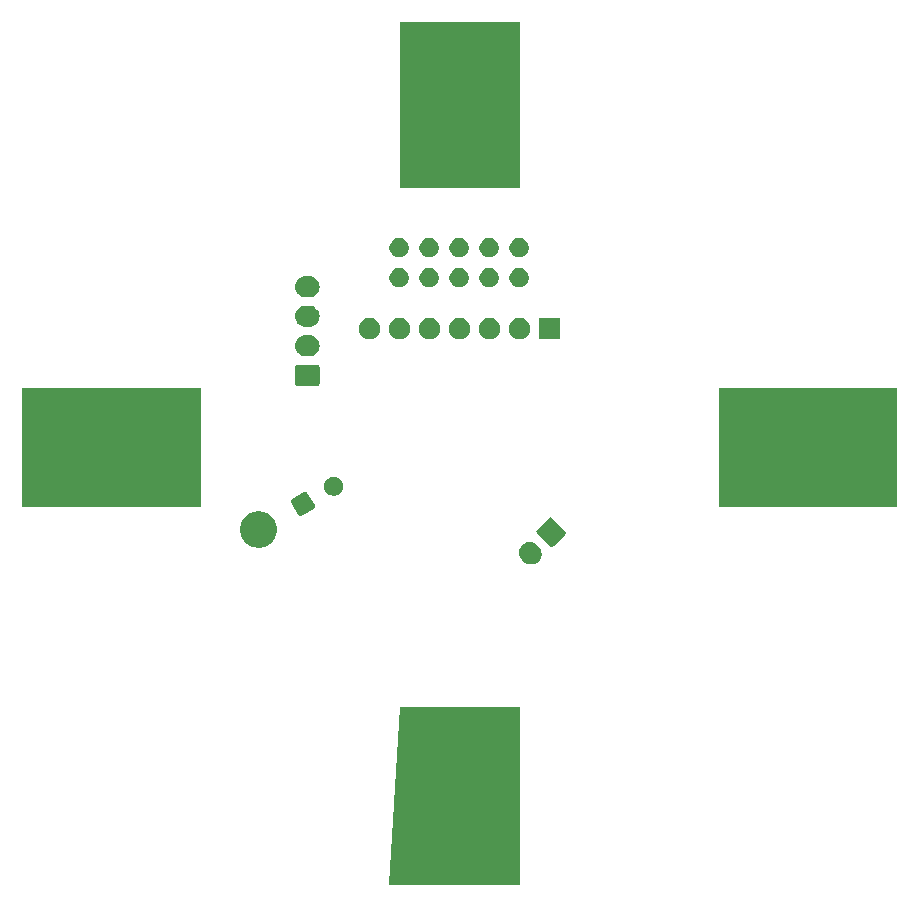
<source format=gbr>
G04 #@! TF.GenerationSoftware,KiCad,Pcbnew,(5.1.5)-3*
G04 #@! TF.CreationDate,2020-04-04T17:30:31+02:00*
G04 #@! TF.ProjectId,carteOdometrie,63617274-654f-4646-9f6d-65747269652e,rev?*
G04 #@! TF.SameCoordinates,Original*
G04 #@! TF.FileFunction,Soldermask,Bot*
G04 #@! TF.FilePolarity,Negative*
%FSLAX46Y46*%
G04 Gerber Fmt 4.6, Leading zero omitted, Abs format (unit mm)*
G04 Created by KiCad (PCBNEW (5.1.5)-3) date 2020-04-04 17:30:31*
%MOMM*%
%LPD*%
G04 APERTURE LIST*
%ADD10C,0.100000*%
G04 APERTURE END LIST*
D10*
G36*
X-22000000Y-5000000D02*
G01*
X-37000000Y-5000000D01*
X-37000000Y5000000D01*
X-22000000Y5000000D01*
X-22000000Y-5000000D01*
G37*
X-22000000Y-5000000D02*
X-37000000Y-5000000D01*
X-37000000Y5000000D01*
X-22000000Y5000000D01*
X-22000000Y-5000000D01*
G36*
X5000000Y-37000000D02*
G01*
X-6000000Y-37000000D01*
X-5000000Y-22000000D01*
X5000000Y-22000000D01*
X5000000Y-37000000D01*
G37*
X5000000Y-37000000D02*
X-6000000Y-37000000D01*
X-5000000Y-22000000D01*
X5000000Y-22000000D01*
X5000000Y-37000000D01*
G36*
X37000000Y-5000000D02*
G01*
X22000000Y-5000000D01*
X22000000Y5000000D01*
X37000000Y5000000D01*
X37000000Y-5000000D01*
G37*
X37000000Y-5000000D02*
X22000000Y-5000000D01*
X22000000Y5000000D01*
X37000000Y5000000D01*
X37000000Y-5000000D01*
G36*
X5000000Y22000000D02*
G01*
X-5000000Y22000000D01*
X-5000000Y36000000D01*
X5000000Y36000000D01*
X5000000Y22000000D01*
G37*
X5000000Y22000000D02*
X-5000000Y22000000D01*
X-5000000Y36000000D01*
X5000000Y36000000D01*
X5000000Y22000000D01*
G36*
X375256Y-28391298D02*
G01*
X481579Y-28412447D01*
X782042Y-28536903D01*
X1052451Y-28717585D01*
X1282415Y-28947549D01*
X1463097Y-29217958D01*
X1587553Y-29518421D01*
X1651000Y-29837391D01*
X1651000Y-30162609D01*
X1587553Y-30481579D01*
X1463097Y-30782042D01*
X1282415Y-31052451D01*
X1052451Y-31282415D01*
X782042Y-31463097D01*
X481579Y-31587553D01*
X375256Y-31608702D01*
X162611Y-31651000D01*
X-162611Y-31651000D01*
X-375256Y-31608702D01*
X-481579Y-31587553D01*
X-782042Y-31463097D01*
X-1052451Y-31282415D01*
X-1282415Y-31052451D01*
X-1463097Y-30782042D01*
X-1587553Y-30481579D01*
X-1651000Y-30162609D01*
X-1651000Y-29837391D01*
X-1587553Y-29518421D01*
X-1463097Y-29217958D01*
X-1282415Y-28947549D01*
X-1052451Y-28717585D01*
X-782042Y-28536903D01*
X-481579Y-28412447D01*
X-375256Y-28391298D01*
X-162611Y-28349000D01*
X162611Y-28349000D01*
X375256Y-28391298D01*
G37*
G36*
X6094525Y-8056142D02*
G01*
X6123593Y-8059005D01*
X6249244Y-8097120D01*
X6293437Y-8110526D01*
X6449956Y-8194188D01*
X6449958Y-8194189D01*
X6449957Y-8194189D01*
X6552775Y-8278569D01*
X6721431Y-8447225D01*
X6721435Y-8447230D01*
X6805812Y-8550044D01*
X6889474Y-8706563D01*
X6889475Y-8706567D01*
X6940995Y-8876407D01*
X6940995Y-8876409D01*
X6958392Y-9053033D01*
X6951442Y-9123591D01*
X6940995Y-9229659D01*
X6921648Y-9293437D01*
X6889474Y-9399503D01*
X6805812Y-9556022D01*
X6693218Y-9693218D01*
X6556022Y-9805812D01*
X6399503Y-9889474D01*
X6355310Y-9902880D01*
X6229659Y-9940995D01*
X6200591Y-9943858D01*
X6053033Y-9958392D01*
X5905475Y-9943858D01*
X5876407Y-9940995D01*
X5750756Y-9902880D01*
X5706563Y-9889474D01*
X5550044Y-9805812D01*
X5447230Y-9721435D01*
X5447225Y-9721431D01*
X5278569Y-9552775D01*
X5194189Y-9449957D01*
X5194188Y-9449956D01*
X5110526Y-9293437D01*
X5091179Y-9229657D01*
X5059005Y-9123593D01*
X5056142Y-9094525D01*
X5041608Y-8946967D01*
X5059005Y-8770343D01*
X5059005Y-8770341D01*
X5110525Y-8600501D01*
X5110526Y-8600497D01*
X5194188Y-8443978D01*
X5306782Y-8306782D01*
X5443978Y-8194188D01*
X5600497Y-8110526D01*
X5644690Y-8097120D01*
X5770341Y-8059005D01*
X5799409Y-8056142D01*
X5946967Y-8041608D01*
X6094525Y-8056142D01*
G37*
G36*
X-16697415Y-5478802D02*
G01*
X-16547590Y-5508604D01*
X-16265326Y-5625521D01*
X-16011295Y-5795259D01*
X-15795259Y-6011295D01*
X-15625521Y-6265326D01*
X-15508604Y-6547590D01*
X-15449000Y-6847240D01*
X-15449000Y-7152760D01*
X-15508604Y-7452410D01*
X-15625521Y-7734674D01*
X-15795259Y-7988705D01*
X-16011295Y-8204741D01*
X-16265326Y-8374479D01*
X-16547590Y-8491396D01*
X-16697415Y-8521198D01*
X-16847239Y-8551000D01*
X-17152761Y-8551000D01*
X-17302585Y-8521198D01*
X-17452410Y-8491396D01*
X-17734674Y-8374479D01*
X-17988705Y-8204741D01*
X-18204741Y-7988705D01*
X-18374479Y-7734674D01*
X-18491396Y-7452410D01*
X-18551000Y-7152760D01*
X-18551000Y-6847240D01*
X-18491396Y-6547590D01*
X-18374479Y-6265326D01*
X-18204741Y-6011295D01*
X-17988705Y-5795259D01*
X-17734674Y-5625521D01*
X-17452410Y-5508604D01*
X-17302585Y-5478802D01*
X-17152761Y-5449000D01*
X-16847239Y-5449000D01*
X-16697415Y-5478802D01*
G37*
G36*
X7749099Y-5982201D02*
G01*
X7782151Y-5992227D01*
X7812602Y-6008504D01*
X7844061Y-6034322D01*
X7902111Y-6092372D01*
X7902117Y-6092377D01*
X8907623Y-7097883D01*
X8907628Y-7097889D01*
X8965678Y-7155939D01*
X8991496Y-7187398D01*
X9007773Y-7217849D01*
X9017799Y-7250901D01*
X9021183Y-7285266D01*
X9017799Y-7319631D01*
X9007773Y-7352683D01*
X8991496Y-7383134D01*
X8965678Y-7414593D01*
X8907628Y-7472643D01*
X8907623Y-7472649D01*
X8008183Y-8372089D01*
X8008177Y-8372094D01*
X7950127Y-8430144D01*
X7918668Y-8455962D01*
X7888217Y-8472239D01*
X7855165Y-8482265D01*
X7820800Y-8485649D01*
X7786435Y-8482265D01*
X7753383Y-8472239D01*
X7722932Y-8455962D01*
X7691473Y-8430144D01*
X7633423Y-8372094D01*
X7633417Y-8372089D01*
X6627911Y-7366583D01*
X6627906Y-7366577D01*
X6569856Y-7308527D01*
X6544038Y-7277068D01*
X6527761Y-7246617D01*
X6517735Y-7213565D01*
X6514351Y-7179200D01*
X6517735Y-7144835D01*
X6527761Y-7111783D01*
X6544038Y-7081332D01*
X6569856Y-7049873D01*
X6627906Y-6991823D01*
X6627911Y-6991817D01*
X7527351Y-6092377D01*
X7527357Y-6092372D01*
X7585407Y-6034322D01*
X7616866Y-6008504D01*
X7647317Y-5992227D01*
X7680369Y-5982201D01*
X7714734Y-5978817D01*
X7749099Y-5982201D01*
G37*
G36*
X-12985433Y-3819882D02*
G01*
X-12951843Y-3832524D01*
X-12921366Y-3851476D01*
X-12895180Y-3876002D01*
X-12870673Y-3910201D01*
X-12259492Y-4968799D01*
X-12242130Y-5007117D01*
X-12233981Y-5042067D01*
X-12232807Y-5077935D01*
X-12238652Y-5113337D01*
X-12251294Y-5146927D01*
X-12270246Y-5177404D01*
X-12294772Y-5203590D01*
X-12328971Y-5228097D01*
X-13387569Y-5839278D01*
X-13425887Y-5856640D01*
X-13460837Y-5864789D01*
X-13496705Y-5865963D01*
X-13532107Y-5860118D01*
X-13565697Y-5847476D01*
X-13596174Y-5828524D01*
X-13622360Y-5803998D01*
X-13646867Y-5769799D01*
X-14258048Y-4711201D01*
X-14275410Y-4672883D01*
X-14283559Y-4637933D01*
X-14284733Y-4602065D01*
X-14278888Y-4566663D01*
X-14266246Y-4533073D01*
X-14247294Y-4502596D01*
X-14222768Y-4476410D01*
X-14188569Y-4451903D01*
X-13129971Y-3840722D01*
X-13091653Y-3823360D01*
X-13056703Y-3815211D01*
X-13020835Y-3814037D01*
X-12985433Y-3819882D01*
G37*
G36*
X-10427052Y-2569781D02*
G01*
X-10281280Y-2630162D01*
X-10281278Y-2630163D01*
X-10150086Y-2717822D01*
X-10038516Y-2829392D01*
X-9950857Y-2960584D01*
X-9950856Y-2960586D01*
X-9890475Y-3106358D01*
X-9859694Y-3261107D01*
X-9859694Y-3418893D01*
X-9890475Y-3573642D01*
X-9950856Y-3719414D01*
X-9950857Y-3719416D01*
X-10038516Y-3850608D01*
X-10150086Y-3962178D01*
X-10281278Y-4049837D01*
X-10281279Y-4049838D01*
X-10281280Y-4049838D01*
X-10427052Y-4110219D01*
X-10581801Y-4141000D01*
X-10739587Y-4141000D01*
X-10894336Y-4110219D01*
X-11040108Y-4049838D01*
X-11040109Y-4049838D01*
X-11040110Y-4049837D01*
X-11171302Y-3962178D01*
X-11282872Y-3850608D01*
X-11370531Y-3719416D01*
X-11370532Y-3719414D01*
X-11430913Y-3573642D01*
X-11461694Y-3418893D01*
X-11461694Y-3261107D01*
X-11430913Y-3106358D01*
X-11370532Y-2960586D01*
X-11370531Y-2960584D01*
X-11282872Y-2829392D01*
X-11171302Y-2717822D01*
X-11040110Y-2630163D01*
X-11040108Y-2630162D01*
X-10894336Y-2569781D01*
X-10739587Y-2539000D01*
X-10581801Y-2539000D01*
X-10427052Y-2569781D01*
G37*
G36*
X30375256Y1608702D02*
G01*
X30481579Y1587553D01*
X30782042Y1463097D01*
X31052451Y1282415D01*
X31282415Y1052451D01*
X31463097Y782042D01*
X31587553Y481579D01*
X31651000Y162609D01*
X31651000Y-162609D01*
X31587553Y-481579D01*
X31463097Y-782042D01*
X31282415Y-1052451D01*
X31052451Y-1282415D01*
X30782042Y-1463097D01*
X30481579Y-1587553D01*
X30375256Y-1608702D01*
X30162611Y-1651000D01*
X29837389Y-1651000D01*
X29624744Y-1608702D01*
X29518421Y-1587553D01*
X29217958Y-1463097D01*
X28947549Y-1282415D01*
X28717585Y-1052451D01*
X28536903Y-782042D01*
X28412447Y-481579D01*
X28349000Y-162609D01*
X28349000Y162609D01*
X28412447Y481579D01*
X28536903Y782042D01*
X28717585Y1052451D01*
X28947549Y1282415D01*
X29217958Y1463097D01*
X29518421Y1587553D01*
X29624744Y1608702D01*
X29837389Y1651000D01*
X30162611Y1651000D01*
X30375256Y1608702D01*
G37*
G36*
X-29624744Y1608702D02*
G01*
X-29518421Y1587553D01*
X-29217958Y1463097D01*
X-28947549Y1282415D01*
X-28717585Y1052451D01*
X-28536903Y782042D01*
X-28412447Y481579D01*
X-28349000Y162609D01*
X-28349000Y-162609D01*
X-28412447Y-481579D01*
X-28536903Y-782042D01*
X-28717585Y-1052451D01*
X-28947549Y-1282415D01*
X-29217958Y-1463097D01*
X-29518421Y-1587553D01*
X-29624744Y-1608702D01*
X-29837389Y-1651000D01*
X-30162611Y-1651000D01*
X-30375256Y-1608702D01*
X-30481579Y-1587553D01*
X-30782042Y-1463097D01*
X-31052451Y-1282415D01*
X-31282415Y-1052451D01*
X-31463097Y-782042D01*
X-31587553Y-481579D01*
X-31651000Y-162609D01*
X-31651000Y162609D01*
X-31587553Y481579D01*
X-31463097Y782042D01*
X-31282415Y1052451D01*
X-31052451Y1282415D01*
X-30782042Y1463097D01*
X-30481579Y1587553D01*
X-30375256Y1608702D01*
X-30162611Y1651000D01*
X-29837389Y1651000D01*
X-29624744Y1608702D01*
G37*
G36*
X-11994200Y6956811D02*
G01*
X-11961148Y6946785D01*
X-11930697Y6930508D01*
X-11904001Y6908599D01*
X-11882092Y6881903D01*
X-11865815Y6851452D01*
X-11855789Y6818400D01*
X-11851800Y6777897D01*
X-11851800Y5341703D01*
X-11855789Y5301200D01*
X-11865815Y5268148D01*
X-11882092Y5237697D01*
X-11904001Y5211001D01*
X-11930697Y5189092D01*
X-11961148Y5172815D01*
X-11994200Y5162789D01*
X-12034703Y5158800D01*
X-13720897Y5158800D01*
X-13761400Y5162789D01*
X-13794452Y5172815D01*
X-13824903Y5189092D01*
X-13851599Y5211001D01*
X-13873508Y5237697D01*
X-13889785Y5268148D01*
X-13899811Y5301200D01*
X-13903800Y5341703D01*
X-13903800Y6777897D01*
X-13899811Y6818400D01*
X-13889785Y6851452D01*
X-13873508Y6881903D01*
X-13851599Y6908599D01*
X-13824903Y6930508D01*
X-13794452Y6946785D01*
X-13761400Y6956811D01*
X-13720897Y6960800D01*
X-12034703Y6960800D01*
X-11994200Y6956811D01*
G37*
G36*
X-12642357Y9454281D02*
G01*
X-12576173Y9447763D01*
X-12406334Y9396243D01*
X-12249809Y9312578D01*
X-12234662Y9300147D01*
X-12112614Y9199986D01*
X-12029738Y9099000D01*
X-12000022Y9062791D01*
X-11916357Y8906266D01*
X-11864837Y8736427D01*
X-11847441Y8559800D01*
X-11864837Y8383173D01*
X-11916357Y8213334D01*
X-12000022Y8056809D01*
X-12029352Y8021071D01*
X-12112614Y7919614D01*
X-12214071Y7836352D01*
X-12249809Y7807022D01*
X-12406334Y7723357D01*
X-12576173Y7671837D01*
X-12642358Y7665318D01*
X-12708540Y7658800D01*
X-13047060Y7658800D01*
X-13113242Y7665318D01*
X-13179427Y7671837D01*
X-13349266Y7723357D01*
X-13505791Y7807022D01*
X-13541529Y7836352D01*
X-13642986Y7919614D01*
X-13726248Y8021071D01*
X-13755578Y8056809D01*
X-13839243Y8213334D01*
X-13890763Y8383173D01*
X-13908159Y8559800D01*
X-13890763Y8736427D01*
X-13839243Y8906266D01*
X-13755578Y9062791D01*
X-13725862Y9099000D01*
X-13642986Y9199986D01*
X-13520938Y9300147D01*
X-13505791Y9312578D01*
X-13349266Y9396243D01*
X-13179427Y9447763D01*
X-13113243Y9454281D01*
X-13047060Y9460800D01*
X-12708540Y9460800D01*
X-12642357Y9454281D01*
G37*
G36*
X5193512Y10896073D02*
G01*
X5342812Y10866376D01*
X5506784Y10798456D01*
X5654354Y10699853D01*
X5779853Y10574354D01*
X5878456Y10426784D01*
X5946376Y10262812D01*
X5981000Y10088741D01*
X5981000Y9911259D01*
X5946376Y9737188D01*
X5878456Y9573216D01*
X5779853Y9425646D01*
X5654354Y9300147D01*
X5506784Y9201544D01*
X5342812Y9133624D01*
X5193512Y9103927D01*
X5168742Y9099000D01*
X4991258Y9099000D01*
X4966488Y9103927D01*
X4817188Y9133624D01*
X4653216Y9201544D01*
X4505646Y9300147D01*
X4380147Y9425646D01*
X4281544Y9573216D01*
X4213624Y9737188D01*
X4179000Y9911259D01*
X4179000Y10088741D01*
X4213624Y10262812D01*
X4281544Y10426784D01*
X4380147Y10574354D01*
X4505646Y10699853D01*
X4653216Y10798456D01*
X4817188Y10866376D01*
X4966488Y10896073D01*
X4991258Y10901000D01*
X5168742Y10901000D01*
X5193512Y10896073D01*
G37*
G36*
X8521000Y9099000D02*
G01*
X6719000Y9099000D01*
X6719000Y10901000D01*
X8521000Y10901000D01*
X8521000Y9099000D01*
G37*
G36*
X2653512Y10896073D02*
G01*
X2802812Y10866376D01*
X2966784Y10798456D01*
X3114354Y10699853D01*
X3239853Y10574354D01*
X3338456Y10426784D01*
X3406376Y10262812D01*
X3441000Y10088741D01*
X3441000Y9911259D01*
X3406376Y9737188D01*
X3338456Y9573216D01*
X3239853Y9425646D01*
X3114354Y9300147D01*
X2966784Y9201544D01*
X2802812Y9133624D01*
X2653512Y9103927D01*
X2628742Y9099000D01*
X2451258Y9099000D01*
X2426488Y9103927D01*
X2277188Y9133624D01*
X2113216Y9201544D01*
X1965646Y9300147D01*
X1840147Y9425646D01*
X1741544Y9573216D01*
X1673624Y9737188D01*
X1639000Y9911259D01*
X1639000Y10088741D01*
X1673624Y10262812D01*
X1741544Y10426784D01*
X1840147Y10574354D01*
X1965646Y10699853D01*
X2113216Y10798456D01*
X2277188Y10866376D01*
X2426488Y10896073D01*
X2451258Y10901000D01*
X2628742Y10901000D01*
X2653512Y10896073D01*
G37*
G36*
X-2426488Y10896073D02*
G01*
X-2277188Y10866376D01*
X-2113216Y10798456D01*
X-1965646Y10699853D01*
X-1840147Y10574354D01*
X-1741544Y10426784D01*
X-1673624Y10262812D01*
X-1639000Y10088741D01*
X-1639000Y9911259D01*
X-1673624Y9737188D01*
X-1741544Y9573216D01*
X-1840147Y9425646D01*
X-1965646Y9300147D01*
X-2113216Y9201544D01*
X-2277188Y9133624D01*
X-2426488Y9103927D01*
X-2451258Y9099000D01*
X-2628742Y9099000D01*
X-2653512Y9103927D01*
X-2802812Y9133624D01*
X-2966784Y9201544D01*
X-3114354Y9300147D01*
X-3239853Y9425646D01*
X-3338456Y9573216D01*
X-3406376Y9737188D01*
X-3441000Y9911259D01*
X-3441000Y10088741D01*
X-3406376Y10262812D01*
X-3338456Y10426784D01*
X-3239853Y10574354D01*
X-3114354Y10699853D01*
X-2966784Y10798456D01*
X-2802812Y10866376D01*
X-2653512Y10896073D01*
X-2628742Y10901000D01*
X-2451258Y10901000D01*
X-2426488Y10896073D01*
G37*
G36*
X-4966488Y10896073D02*
G01*
X-4817188Y10866376D01*
X-4653216Y10798456D01*
X-4505646Y10699853D01*
X-4380147Y10574354D01*
X-4281544Y10426784D01*
X-4213624Y10262812D01*
X-4179000Y10088741D01*
X-4179000Y9911259D01*
X-4213624Y9737188D01*
X-4281544Y9573216D01*
X-4380147Y9425646D01*
X-4505646Y9300147D01*
X-4653216Y9201544D01*
X-4817188Y9133624D01*
X-4966488Y9103927D01*
X-4991258Y9099000D01*
X-5168742Y9099000D01*
X-5193512Y9103927D01*
X-5342812Y9133624D01*
X-5506784Y9201544D01*
X-5654354Y9300147D01*
X-5779853Y9425646D01*
X-5878456Y9573216D01*
X-5946376Y9737188D01*
X-5981000Y9911259D01*
X-5981000Y10088741D01*
X-5946376Y10262812D01*
X-5878456Y10426784D01*
X-5779853Y10574354D01*
X-5654354Y10699853D01*
X-5506784Y10798456D01*
X-5342812Y10866376D01*
X-5193512Y10896073D01*
X-5168742Y10901000D01*
X-4991258Y10901000D01*
X-4966488Y10896073D01*
G37*
G36*
X-7506488Y10896073D02*
G01*
X-7357188Y10866376D01*
X-7193216Y10798456D01*
X-7045646Y10699853D01*
X-6920147Y10574354D01*
X-6821544Y10426784D01*
X-6753624Y10262812D01*
X-6719000Y10088741D01*
X-6719000Y9911259D01*
X-6753624Y9737188D01*
X-6821544Y9573216D01*
X-6920147Y9425646D01*
X-7045646Y9300147D01*
X-7193216Y9201544D01*
X-7357188Y9133624D01*
X-7506488Y9103927D01*
X-7531258Y9099000D01*
X-7708742Y9099000D01*
X-7733512Y9103927D01*
X-7882812Y9133624D01*
X-8046784Y9201544D01*
X-8194354Y9300147D01*
X-8319853Y9425646D01*
X-8418456Y9573216D01*
X-8486376Y9737188D01*
X-8521000Y9911259D01*
X-8521000Y10088741D01*
X-8486376Y10262812D01*
X-8418456Y10426784D01*
X-8319853Y10574354D01*
X-8194354Y10699853D01*
X-8046784Y10798456D01*
X-7882812Y10866376D01*
X-7733512Y10896073D01*
X-7708742Y10901000D01*
X-7531258Y10901000D01*
X-7506488Y10896073D01*
G37*
G36*
X113512Y10896073D02*
G01*
X262812Y10866376D01*
X426784Y10798456D01*
X574354Y10699853D01*
X699853Y10574354D01*
X798456Y10426784D01*
X866376Y10262812D01*
X901000Y10088741D01*
X901000Y9911259D01*
X866376Y9737188D01*
X798456Y9573216D01*
X699853Y9425646D01*
X574354Y9300147D01*
X426784Y9201544D01*
X262812Y9133624D01*
X113512Y9103927D01*
X88742Y9099000D01*
X-88742Y9099000D01*
X-113512Y9103927D01*
X-262812Y9133624D01*
X-426784Y9201544D01*
X-574354Y9300147D01*
X-699853Y9425646D01*
X-798456Y9573216D01*
X-866376Y9737188D01*
X-901000Y9911259D01*
X-901000Y10088741D01*
X-866376Y10262812D01*
X-798456Y10426784D01*
X-699853Y10574354D01*
X-574354Y10699853D01*
X-426784Y10798456D01*
X-262812Y10866376D01*
X-113512Y10896073D01*
X-88742Y10901000D01*
X88742Y10901000D01*
X113512Y10896073D01*
G37*
G36*
X-12642358Y11954282D02*
G01*
X-12576173Y11947763D01*
X-12406334Y11896243D01*
X-12249809Y11812578D01*
X-12214071Y11783248D01*
X-12112614Y11699986D01*
X-12029352Y11598529D01*
X-12000022Y11562791D01*
X-11916357Y11406266D01*
X-11864837Y11236427D01*
X-11847441Y11059800D01*
X-11864837Y10883173D01*
X-11916357Y10713334D01*
X-12000022Y10556809D01*
X-12029352Y10521071D01*
X-12112614Y10419614D01*
X-12214071Y10336352D01*
X-12249809Y10307022D01*
X-12406334Y10223357D01*
X-12576173Y10171837D01*
X-12642357Y10165319D01*
X-12708540Y10158800D01*
X-13047060Y10158800D01*
X-13113243Y10165319D01*
X-13179427Y10171837D01*
X-13349266Y10223357D01*
X-13505791Y10307022D01*
X-13541529Y10336352D01*
X-13642986Y10419614D01*
X-13726248Y10521071D01*
X-13755578Y10556809D01*
X-13839243Y10713334D01*
X-13890763Y10883173D01*
X-13908159Y11059800D01*
X-13890763Y11236427D01*
X-13839243Y11406266D01*
X-13755578Y11562791D01*
X-13726248Y11598529D01*
X-13642986Y11699986D01*
X-13541529Y11783248D01*
X-13505791Y11812578D01*
X-13349266Y11896243D01*
X-13179427Y11947763D01*
X-13113242Y11954282D01*
X-13047060Y11960800D01*
X-12708540Y11960800D01*
X-12642358Y11954282D01*
G37*
G36*
X-12642357Y14454281D02*
G01*
X-12576173Y14447763D01*
X-12406334Y14396243D01*
X-12249809Y14312578D01*
X-12214071Y14283248D01*
X-12112614Y14199986D01*
X-12029352Y14098529D01*
X-12000022Y14062791D01*
X-11916357Y13906266D01*
X-11864837Y13736427D01*
X-11847441Y13559800D01*
X-11864837Y13383173D01*
X-11916357Y13213334D01*
X-12000022Y13056809D01*
X-12029352Y13021071D01*
X-12112614Y12919614D01*
X-12214071Y12836352D01*
X-12249809Y12807022D01*
X-12406334Y12723357D01*
X-12576173Y12671837D01*
X-12642357Y12665319D01*
X-12708540Y12658800D01*
X-13047060Y12658800D01*
X-13113242Y12665318D01*
X-13179427Y12671837D01*
X-13349266Y12723357D01*
X-13505791Y12807022D01*
X-13541529Y12836352D01*
X-13642986Y12919614D01*
X-13726248Y13021071D01*
X-13755578Y13056809D01*
X-13839243Y13213334D01*
X-13890763Y13383173D01*
X-13908159Y13559800D01*
X-13890763Y13736427D01*
X-13839243Y13906266D01*
X-13755578Y14062791D01*
X-13726248Y14098529D01*
X-13642986Y14199986D01*
X-13541529Y14283248D01*
X-13505791Y14312578D01*
X-13349266Y14396243D01*
X-13179427Y14447763D01*
X-13113243Y14454281D01*
X-13047060Y14460800D01*
X-12708540Y14460800D01*
X-12642357Y14454281D01*
G37*
G36*
X2739042Y15099738D02*
G01*
X2887001Y15038451D01*
X3020155Y14949481D01*
X3133401Y14836235D01*
X3222371Y14703081D01*
X3283658Y14555122D01*
X3314900Y14398055D01*
X3314900Y14237905D01*
X3283658Y14080838D01*
X3222371Y13932879D01*
X3133401Y13799725D01*
X3020155Y13686479D01*
X2887001Y13597509D01*
X2739042Y13536222D01*
X2581975Y13504980D01*
X2421825Y13504980D01*
X2264758Y13536222D01*
X2116799Y13597509D01*
X1983645Y13686479D01*
X1870399Y13799725D01*
X1781429Y13932879D01*
X1720142Y14080838D01*
X1688900Y14237905D01*
X1688900Y14398055D01*
X1720142Y14555122D01*
X1781429Y14703081D01*
X1870399Y14836235D01*
X1983645Y14949481D01*
X2116799Y15038451D01*
X2264758Y15099738D01*
X2421825Y15130980D01*
X2581975Y15130980D01*
X2739042Y15099738D01*
G37*
G36*
X-4880958Y15099738D02*
G01*
X-4732999Y15038451D01*
X-4599845Y14949481D01*
X-4486599Y14836235D01*
X-4397629Y14703081D01*
X-4336342Y14555122D01*
X-4305100Y14398055D01*
X-4305100Y14237905D01*
X-4336342Y14080838D01*
X-4397629Y13932879D01*
X-4486599Y13799725D01*
X-4599845Y13686479D01*
X-4732999Y13597509D01*
X-4880958Y13536222D01*
X-5038025Y13504980D01*
X-5198175Y13504980D01*
X-5355242Y13536222D01*
X-5503201Y13597509D01*
X-5636355Y13686479D01*
X-5749601Y13799725D01*
X-5838571Y13932879D01*
X-5899858Y14080838D01*
X-5931100Y14237905D01*
X-5931100Y14398055D01*
X-5899858Y14555122D01*
X-5838571Y14703081D01*
X-5749601Y14836235D01*
X-5636355Y14949481D01*
X-5503201Y15038451D01*
X-5355242Y15099738D01*
X-5198175Y15130980D01*
X-5038025Y15130980D01*
X-4880958Y15099738D01*
G37*
G36*
X199042Y15099738D02*
G01*
X347001Y15038451D01*
X480155Y14949481D01*
X593401Y14836235D01*
X682371Y14703081D01*
X743658Y14555122D01*
X774900Y14398055D01*
X774900Y14237905D01*
X743658Y14080838D01*
X682371Y13932879D01*
X593401Y13799725D01*
X480155Y13686479D01*
X347001Y13597509D01*
X199042Y13536222D01*
X41975Y13504980D01*
X-118175Y13504980D01*
X-275242Y13536222D01*
X-423201Y13597509D01*
X-556355Y13686479D01*
X-669601Y13799725D01*
X-758571Y13932879D01*
X-819858Y14080838D01*
X-851100Y14237905D01*
X-851100Y14398055D01*
X-819858Y14555122D01*
X-758571Y14703081D01*
X-669601Y14836235D01*
X-556355Y14949481D01*
X-423201Y15038451D01*
X-275242Y15099738D01*
X-118175Y15130980D01*
X41975Y15130980D01*
X199042Y15099738D01*
G37*
G36*
X5279042Y15099738D02*
G01*
X5427001Y15038451D01*
X5560155Y14949481D01*
X5673401Y14836235D01*
X5762371Y14703081D01*
X5823658Y14555122D01*
X5854900Y14398055D01*
X5854900Y14237905D01*
X5823658Y14080838D01*
X5762371Y13932879D01*
X5673401Y13799725D01*
X5560155Y13686479D01*
X5427001Y13597509D01*
X5279042Y13536222D01*
X5121975Y13504980D01*
X4961825Y13504980D01*
X4804758Y13536222D01*
X4656799Y13597509D01*
X4523645Y13686479D01*
X4410399Y13799725D01*
X4321429Y13932879D01*
X4260142Y14080838D01*
X4228900Y14237905D01*
X4228900Y14398055D01*
X4260142Y14555122D01*
X4321429Y14703081D01*
X4410399Y14836235D01*
X4523645Y14949481D01*
X4656799Y15038451D01*
X4804758Y15099738D01*
X4961825Y15130980D01*
X5121975Y15130980D01*
X5279042Y15099738D01*
G37*
G36*
X-2340958Y15099738D02*
G01*
X-2192999Y15038451D01*
X-2059845Y14949481D01*
X-1946599Y14836235D01*
X-1857629Y14703081D01*
X-1796342Y14555122D01*
X-1765100Y14398055D01*
X-1765100Y14237905D01*
X-1796342Y14080838D01*
X-1857629Y13932879D01*
X-1946599Y13799725D01*
X-2059845Y13686479D01*
X-2192999Y13597509D01*
X-2340958Y13536222D01*
X-2498025Y13504980D01*
X-2658175Y13504980D01*
X-2815242Y13536222D01*
X-2963201Y13597509D01*
X-3096355Y13686479D01*
X-3209601Y13799725D01*
X-3298571Y13932879D01*
X-3359858Y14080838D01*
X-3391100Y14237905D01*
X-3391100Y14398055D01*
X-3359858Y14555122D01*
X-3298571Y14703081D01*
X-3209601Y14836235D01*
X-3096355Y14949481D01*
X-2963201Y15038451D01*
X-2815242Y15099738D01*
X-2658175Y15130980D01*
X-2498025Y15130980D01*
X-2340958Y15099738D01*
G37*
G36*
X-4880958Y17639738D02*
G01*
X-4732999Y17578451D01*
X-4599845Y17489481D01*
X-4486599Y17376235D01*
X-4397629Y17243081D01*
X-4336342Y17095122D01*
X-4305100Y16938055D01*
X-4305100Y16777905D01*
X-4336342Y16620838D01*
X-4397629Y16472879D01*
X-4486599Y16339725D01*
X-4599845Y16226479D01*
X-4732999Y16137509D01*
X-4880958Y16076222D01*
X-5038025Y16044980D01*
X-5198175Y16044980D01*
X-5355242Y16076222D01*
X-5503201Y16137509D01*
X-5636355Y16226479D01*
X-5749601Y16339725D01*
X-5838571Y16472879D01*
X-5899858Y16620838D01*
X-5931100Y16777905D01*
X-5931100Y16938055D01*
X-5899858Y17095122D01*
X-5838571Y17243081D01*
X-5749601Y17376235D01*
X-5636355Y17489481D01*
X-5503201Y17578451D01*
X-5355242Y17639738D01*
X-5198175Y17670980D01*
X-5038025Y17670980D01*
X-4880958Y17639738D01*
G37*
G36*
X-2340958Y17639738D02*
G01*
X-2192999Y17578451D01*
X-2059845Y17489481D01*
X-1946599Y17376235D01*
X-1857629Y17243081D01*
X-1796342Y17095122D01*
X-1765100Y16938055D01*
X-1765100Y16777905D01*
X-1796342Y16620838D01*
X-1857629Y16472879D01*
X-1946599Y16339725D01*
X-2059845Y16226479D01*
X-2192999Y16137509D01*
X-2340958Y16076222D01*
X-2498025Y16044980D01*
X-2658175Y16044980D01*
X-2815242Y16076222D01*
X-2963201Y16137509D01*
X-3096355Y16226479D01*
X-3209601Y16339725D01*
X-3298571Y16472879D01*
X-3359858Y16620838D01*
X-3391100Y16777905D01*
X-3391100Y16938055D01*
X-3359858Y17095122D01*
X-3298571Y17243081D01*
X-3209601Y17376235D01*
X-3096355Y17489481D01*
X-2963201Y17578451D01*
X-2815242Y17639738D01*
X-2658175Y17670980D01*
X-2498025Y17670980D01*
X-2340958Y17639738D01*
G37*
G36*
X199042Y17639738D02*
G01*
X347001Y17578451D01*
X480155Y17489481D01*
X593401Y17376235D01*
X682371Y17243081D01*
X743658Y17095122D01*
X774900Y16938055D01*
X774900Y16777905D01*
X743658Y16620838D01*
X682371Y16472879D01*
X593401Y16339725D01*
X480155Y16226479D01*
X347001Y16137509D01*
X199042Y16076222D01*
X41975Y16044980D01*
X-118175Y16044980D01*
X-275242Y16076222D01*
X-423201Y16137509D01*
X-556355Y16226479D01*
X-669601Y16339725D01*
X-758571Y16472879D01*
X-819858Y16620838D01*
X-851100Y16777905D01*
X-851100Y16938055D01*
X-819858Y17095122D01*
X-758571Y17243081D01*
X-669601Y17376235D01*
X-556355Y17489481D01*
X-423201Y17578451D01*
X-275242Y17639738D01*
X-118175Y17670980D01*
X41975Y17670980D01*
X199042Y17639738D01*
G37*
G36*
X2739042Y17639738D02*
G01*
X2887001Y17578451D01*
X3020155Y17489481D01*
X3133401Y17376235D01*
X3222371Y17243081D01*
X3283658Y17095122D01*
X3314900Y16938055D01*
X3314900Y16777905D01*
X3283658Y16620838D01*
X3222371Y16472879D01*
X3133401Y16339725D01*
X3020155Y16226479D01*
X2887001Y16137509D01*
X2739042Y16076222D01*
X2581975Y16044980D01*
X2421825Y16044980D01*
X2264758Y16076222D01*
X2116799Y16137509D01*
X1983645Y16226479D01*
X1870399Y16339725D01*
X1781429Y16472879D01*
X1720142Y16620838D01*
X1688900Y16777905D01*
X1688900Y16938055D01*
X1720142Y17095122D01*
X1781429Y17243081D01*
X1870399Y17376235D01*
X1983645Y17489481D01*
X2116799Y17578451D01*
X2264758Y17639738D01*
X2421825Y17670980D01*
X2581975Y17670980D01*
X2739042Y17639738D01*
G37*
G36*
X5279042Y17639738D02*
G01*
X5427001Y17578451D01*
X5560155Y17489481D01*
X5673401Y17376235D01*
X5762371Y17243081D01*
X5823658Y17095122D01*
X5854900Y16938055D01*
X5854900Y16777905D01*
X5823658Y16620838D01*
X5762371Y16472879D01*
X5673401Y16339725D01*
X5560155Y16226479D01*
X5427001Y16137509D01*
X5279042Y16076222D01*
X5121975Y16044980D01*
X4961825Y16044980D01*
X4804758Y16076222D01*
X4656799Y16137509D01*
X4523645Y16226479D01*
X4410399Y16339725D01*
X4321429Y16472879D01*
X4260142Y16620838D01*
X4228900Y16777905D01*
X4228900Y16938055D01*
X4260142Y17095122D01*
X4321429Y17243081D01*
X4410399Y17376235D01*
X4523645Y17489481D01*
X4656799Y17578451D01*
X4804758Y17639738D01*
X4961825Y17670980D01*
X5121975Y17670980D01*
X5279042Y17639738D01*
G37*
G36*
X375256Y31608702D02*
G01*
X481579Y31587553D01*
X782042Y31463097D01*
X1052451Y31282415D01*
X1282415Y31052451D01*
X1463097Y30782042D01*
X1587553Y30481579D01*
X1651000Y30162609D01*
X1651000Y29837391D01*
X1587553Y29518421D01*
X1463097Y29217958D01*
X1282415Y28947549D01*
X1052451Y28717585D01*
X782042Y28536903D01*
X481579Y28412447D01*
X375256Y28391298D01*
X162611Y28349000D01*
X-162611Y28349000D01*
X-375256Y28391298D01*
X-481579Y28412447D01*
X-782042Y28536903D01*
X-1052451Y28717585D01*
X-1282415Y28947549D01*
X-1463097Y29217958D01*
X-1587553Y29518421D01*
X-1651000Y29837391D01*
X-1651000Y30162609D01*
X-1587553Y30481579D01*
X-1463097Y30782042D01*
X-1282415Y31052451D01*
X-1052451Y31282415D01*
X-782042Y31463097D01*
X-481579Y31587553D01*
X-375256Y31608702D01*
X-162611Y31651000D01*
X162611Y31651000D01*
X375256Y31608702D01*
G37*
M02*

</source>
